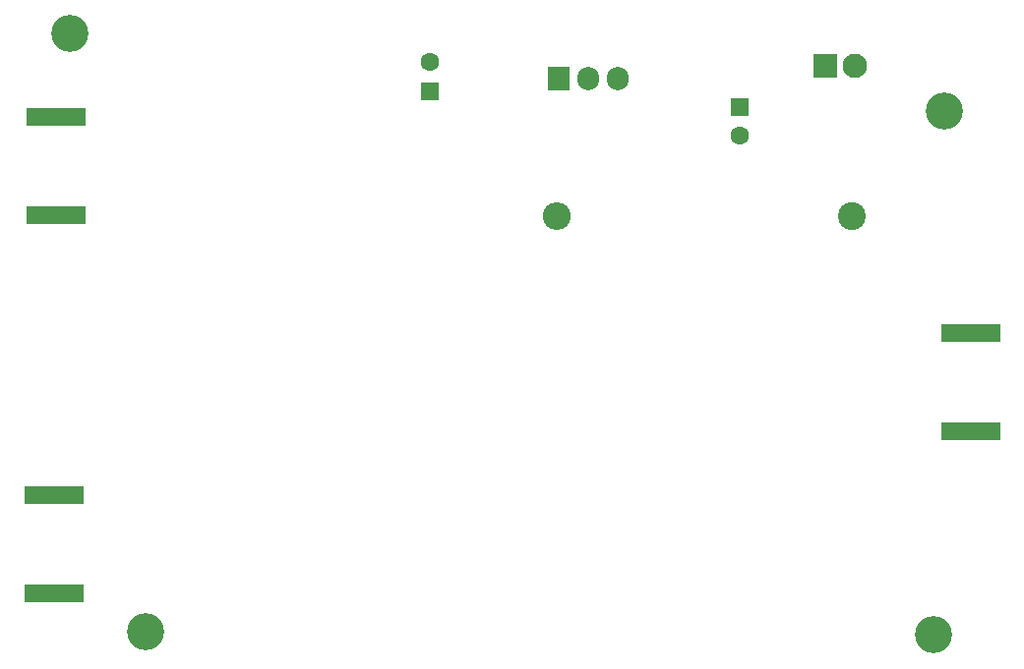
<source format=gbs>
%TF.GenerationSoftware,KiCad,Pcbnew,(6.0.1)*%
%TF.CreationDate,2022-02-10T09:54:43+00:00*%
%TF.ProjectId,TrackingGenerator,54726163-6b69-46e6-9747-656e65726174,rev?*%
%TF.SameCoordinates,Original*%
%TF.FileFunction,Soldermask,Bot*%
%TF.FilePolarity,Negative*%
%FSLAX46Y46*%
G04 Gerber Fmt 4.6, Leading zero omitted, Abs format (unit mm)*
G04 Created by KiCad (PCBNEW (6.0.1)) date 2022-02-10 09:54:43*
%MOMM*%
%LPD*%
G01*
G04 APERTURE LIST*
%ADD10R,1.905000X2.000000*%
%ADD11O,1.905000X2.000000*%
%ADD12C,3.200000*%
%ADD13R,5.080000X1.500000*%
%ADD14R,1.600000X1.600000*%
%ADD15C,1.600000*%
%ADD16C,2.400000*%
%ADD17O,2.400000X2.400000*%
%ADD18R,2.100000X2.100000*%
%ADD19C,2.100000*%
G04 APERTURE END LIST*
D10*
%TO.C,U1*%
X116484400Y-85171400D03*
D11*
X119024400Y-85171400D03*
X121564400Y-85171400D03*
%TD*%
D12*
%TO.C,H4*%
X148742400Y-133096000D03*
%TD*%
D13*
%TO.C,J4*%
X151937500Y-107100000D03*
X151937500Y-115600000D03*
%TD*%
%TO.C,J1*%
X73202800Y-96960000D03*
X73202800Y-88460000D03*
%TD*%
D12*
%TO.C,H2*%
X149707600Y-87985600D03*
%TD*%
D14*
%TO.C,C28*%
X105359200Y-86272380D03*
D15*
X105359200Y-83772380D03*
%TD*%
D12*
%TO.C,H3*%
X80924400Y-132842000D03*
%TD*%
%TO.C,H1*%
X74371200Y-81330800D03*
%TD*%
D14*
%TO.C,C22*%
X132080000Y-87630000D03*
D15*
X132080000Y-90130000D03*
%TD*%
D16*
%TO.C,R13*%
X141732000Y-97078800D03*
D17*
X116332000Y-97078800D03*
%TD*%
D13*
%TO.C,J2*%
X73028100Y-121073600D03*
X73028100Y-129573600D03*
%TD*%
D18*
%TO.C,J3*%
X139446000Y-84124800D03*
D19*
X141986000Y-84124800D03*
%TD*%
M02*

</source>
